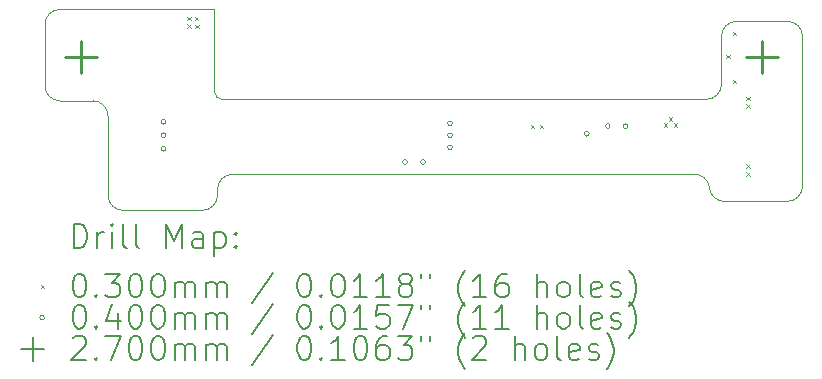
<source format=gbr>
%TF.GenerationSoftware,KiCad,Pcbnew,7.0.1*%
%TF.CreationDate,2023-04-12T12:59:04-04:00*%
%TF.ProjectId,BuckarooHAT,4275636b-6172-46f6-9f48-41542e6b6963,rev?*%
%TF.SameCoordinates,Original*%
%TF.FileFunction,Drillmap*%
%TF.FilePolarity,Positive*%
%FSLAX45Y45*%
G04 Gerber Fmt 4.5, Leading zero omitted, Abs format (unit mm)*
G04 Created by KiCad (PCBNEW 7.0.1) date 2023-04-12 12:59:04*
%MOMM*%
%LPD*%
G01*
G04 APERTURE LIST*
%ADD10C,0.100000*%
%ADD11C,0.200000*%
%ADD12C,0.030000*%
%ADD13C,0.040000*%
%ADD14C,0.270000*%
G04 APERTURE END LIST*
D10*
X11290300Y-7721600D02*
G75*
G03*
X11353800Y-7785100I63500J0D01*
G01*
X10388600Y-7924800D02*
G75*
G03*
X10261600Y-7797800I-127000J0D01*
G01*
X11188700Y-8724900D02*
G75*
G03*
X11315700Y-8597900I0J127000D01*
G01*
X15582900Y-7658100D02*
X15582900Y-7251700D01*
X15709900Y-7124700D02*
G75*
G03*
X15582900Y-7251700I0J-127000D01*
G01*
X11315700Y-8547100D02*
X11315700Y-8597900D01*
X9855200Y-7670800D02*
G75*
G03*
X9982200Y-7797800I127000J0D01*
G01*
X11290300Y-7023100D02*
X11290300Y-7721600D01*
X15455900Y-7785100D02*
G75*
G03*
X15582900Y-7658100I0J127000D01*
G01*
X16141700Y-8648700D02*
G75*
G03*
X16268700Y-8521700I0J127000D01*
G01*
X10388600Y-8597900D02*
X10388600Y-7924800D01*
X9855200Y-7150100D02*
X9855200Y-7670800D01*
X16268700Y-7251700D02*
X16268700Y-8521700D01*
X16268700Y-7251700D02*
G75*
G03*
X16141700Y-7124700I-127000J0D01*
G01*
X11442700Y-8420100D02*
G75*
G03*
X11315700Y-8547100I0J-127000D01*
G01*
X11188700Y-8724900D02*
X10515600Y-8724900D01*
X16141700Y-8648700D02*
X15608300Y-8649333D01*
X11353800Y-7785100D02*
X15455900Y-7785100D01*
X15481300Y-8534400D02*
G75*
G03*
X15354300Y-8419467I-127000J-12700D01*
G01*
X15481300Y-8534400D02*
G75*
G03*
X15608300Y-8649333I127000J12700D01*
G01*
X10388600Y-8597900D02*
G75*
G03*
X10515600Y-8724900I127000J0D01*
G01*
X9982200Y-7023100D02*
G75*
G03*
X9855200Y-7150100I0J-127000D01*
G01*
X9982200Y-7023100D02*
X11290300Y-7023100D01*
X10261600Y-7797800D02*
X9982200Y-7797800D01*
X15354300Y-8419467D02*
X11442700Y-8420100D01*
X15709900Y-7124700D02*
X16141700Y-7124700D01*
D11*
D12*
X11059400Y-7084300D02*
X11089400Y-7114300D01*
X11089400Y-7084300D02*
X11059400Y-7114300D01*
X11059400Y-7147800D02*
X11089400Y-7177800D01*
X11089400Y-7147800D02*
X11059400Y-7177800D01*
X11122900Y-7084300D02*
X11152900Y-7114300D01*
X11152900Y-7084300D02*
X11122900Y-7114300D01*
X11125440Y-7152880D02*
X11155440Y-7182880D01*
X11155440Y-7152880D02*
X11125440Y-7182880D01*
X13967700Y-7998700D02*
X13997700Y-8028700D01*
X13997700Y-7998700D02*
X13967700Y-8028700D01*
X14043900Y-7998700D02*
X14073900Y-8028700D01*
X14073900Y-7998700D02*
X14043900Y-8028700D01*
X15092920Y-7986000D02*
X15122920Y-8016000D01*
X15122920Y-7986000D02*
X15092920Y-8016000D01*
X15136100Y-7937740D02*
X15166100Y-7967740D01*
X15166100Y-7937740D02*
X15136100Y-7967740D01*
X15179280Y-7986000D02*
X15209280Y-8016000D01*
X15209280Y-7986000D02*
X15179280Y-8016000D01*
X15621240Y-7406880D02*
X15651240Y-7436880D01*
X15651240Y-7406880D02*
X15621240Y-7436880D01*
X15677120Y-7213840D02*
X15707120Y-7243840D01*
X15707120Y-7213840D02*
X15677120Y-7243840D01*
X15677120Y-7620240D02*
X15707120Y-7650240D01*
X15707120Y-7620240D02*
X15677120Y-7650240D01*
X15793960Y-7762480D02*
X15823960Y-7792480D01*
X15823960Y-7762480D02*
X15793960Y-7792480D01*
X15793960Y-7828520D02*
X15823960Y-7858520D01*
X15823960Y-7828520D02*
X15793960Y-7858520D01*
X15793960Y-8336520D02*
X15823960Y-8366520D01*
X15823960Y-8336520D02*
X15793960Y-8366520D01*
X15793960Y-8402560D02*
X15823960Y-8432560D01*
X15823960Y-8402560D02*
X15793960Y-8432560D01*
D13*
X10878500Y-7975600D02*
G75*
G03*
X10878500Y-7975600I-20000J0D01*
G01*
X10878500Y-8089900D02*
G75*
G03*
X10878500Y-8089900I-20000J0D01*
G01*
X10878500Y-8204200D02*
G75*
G03*
X10878500Y-8204200I-20000J0D01*
G01*
X12923200Y-8315960D02*
G75*
G03*
X12923200Y-8315960I-20000J0D01*
G01*
X13075600Y-8315960D02*
G75*
G03*
X13075600Y-8315960I-20000J0D01*
G01*
X13304200Y-7988300D02*
G75*
G03*
X13304200Y-7988300I-20000J0D01*
G01*
X13304200Y-8089900D02*
G75*
G03*
X13304200Y-8089900I-20000J0D01*
G01*
X13304200Y-8191500D02*
G75*
G03*
X13304200Y-8191500I-20000J0D01*
G01*
X14462440Y-8077200D02*
G75*
G03*
X14462440Y-8077200I-20000J0D01*
G01*
X14640240Y-8011160D02*
G75*
G03*
X14640240Y-8011160I-20000J0D01*
G01*
X14790100Y-8013700D02*
G75*
G03*
X14790100Y-8013700I-20000J0D01*
G01*
D14*
X10162540Y-7294500D02*
X10162540Y-7564500D01*
X10027540Y-7429500D02*
X10297540Y-7429500D01*
X15925800Y-7294500D02*
X15925800Y-7564500D01*
X15790800Y-7429500D02*
X16060800Y-7429500D01*
D11*
X10097819Y-9042424D02*
X10097819Y-8842424D01*
X10097819Y-8842424D02*
X10145438Y-8842424D01*
X10145438Y-8842424D02*
X10174010Y-8851948D01*
X10174010Y-8851948D02*
X10193057Y-8870995D01*
X10193057Y-8870995D02*
X10202581Y-8890043D01*
X10202581Y-8890043D02*
X10212105Y-8928138D01*
X10212105Y-8928138D02*
X10212105Y-8956710D01*
X10212105Y-8956710D02*
X10202581Y-8994805D01*
X10202581Y-8994805D02*
X10193057Y-9013852D01*
X10193057Y-9013852D02*
X10174010Y-9032900D01*
X10174010Y-9032900D02*
X10145438Y-9042424D01*
X10145438Y-9042424D02*
X10097819Y-9042424D01*
X10297819Y-9042424D02*
X10297819Y-8909090D01*
X10297819Y-8947186D02*
X10307343Y-8928138D01*
X10307343Y-8928138D02*
X10316867Y-8918614D01*
X10316867Y-8918614D02*
X10335914Y-8909090D01*
X10335914Y-8909090D02*
X10354962Y-8909090D01*
X10421629Y-9042424D02*
X10421629Y-8909090D01*
X10421629Y-8842424D02*
X10412105Y-8851948D01*
X10412105Y-8851948D02*
X10421629Y-8861471D01*
X10421629Y-8861471D02*
X10431152Y-8851948D01*
X10431152Y-8851948D02*
X10421629Y-8842424D01*
X10421629Y-8842424D02*
X10421629Y-8861471D01*
X10545438Y-9042424D02*
X10526390Y-9032900D01*
X10526390Y-9032900D02*
X10516867Y-9013852D01*
X10516867Y-9013852D02*
X10516867Y-8842424D01*
X10650200Y-9042424D02*
X10631152Y-9032900D01*
X10631152Y-9032900D02*
X10621629Y-9013852D01*
X10621629Y-9013852D02*
X10621629Y-8842424D01*
X10878771Y-9042424D02*
X10878771Y-8842424D01*
X10878771Y-8842424D02*
X10945438Y-8985281D01*
X10945438Y-8985281D02*
X11012105Y-8842424D01*
X11012105Y-8842424D02*
X11012105Y-9042424D01*
X11193057Y-9042424D02*
X11193057Y-8937662D01*
X11193057Y-8937662D02*
X11183533Y-8918614D01*
X11183533Y-8918614D02*
X11164486Y-8909090D01*
X11164486Y-8909090D02*
X11126390Y-8909090D01*
X11126390Y-8909090D02*
X11107343Y-8918614D01*
X11193057Y-9032900D02*
X11174010Y-9042424D01*
X11174010Y-9042424D02*
X11126390Y-9042424D01*
X11126390Y-9042424D02*
X11107343Y-9032900D01*
X11107343Y-9032900D02*
X11097819Y-9013852D01*
X11097819Y-9013852D02*
X11097819Y-8994805D01*
X11097819Y-8994805D02*
X11107343Y-8975757D01*
X11107343Y-8975757D02*
X11126390Y-8966233D01*
X11126390Y-8966233D02*
X11174010Y-8966233D01*
X11174010Y-8966233D02*
X11193057Y-8956710D01*
X11288295Y-8909090D02*
X11288295Y-9109090D01*
X11288295Y-8918614D02*
X11307343Y-8909090D01*
X11307343Y-8909090D02*
X11345438Y-8909090D01*
X11345438Y-8909090D02*
X11364486Y-8918614D01*
X11364486Y-8918614D02*
X11374009Y-8928138D01*
X11374009Y-8928138D02*
X11383533Y-8947186D01*
X11383533Y-8947186D02*
X11383533Y-9004329D01*
X11383533Y-9004329D02*
X11374009Y-9023376D01*
X11374009Y-9023376D02*
X11364486Y-9032900D01*
X11364486Y-9032900D02*
X11345438Y-9042424D01*
X11345438Y-9042424D02*
X11307343Y-9042424D01*
X11307343Y-9042424D02*
X11288295Y-9032900D01*
X11469248Y-9023376D02*
X11478771Y-9032900D01*
X11478771Y-9032900D02*
X11469248Y-9042424D01*
X11469248Y-9042424D02*
X11459724Y-9032900D01*
X11459724Y-9032900D02*
X11469248Y-9023376D01*
X11469248Y-9023376D02*
X11469248Y-9042424D01*
X11469248Y-8918614D02*
X11478771Y-8928138D01*
X11478771Y-8928138D02*
X11469248Y-8937662D01*
X11469248Y-8937662D02*
X11459724Y-8928138D01*
X11459724Y-8928138D02*
X11469248Y-8918614D01*
X11469248Y-8918614D02*
X11469248Y-8937662D01*
D12*
X9820200Y-9354900D02*
X9850200Y-9384900D01*
X9850200Y-9354900D02*
X9820200Y-9384900D01*
D11*
X10135914Y-9262424D02*
X10154962Y-9262424D01*
X10154962Y-9262424D02*
X10174010Y-9271948D01*
X10174010Y-9271948D02*
X10183533Y-9281471D01*
X10183533Y-9281471D02*
X10193057Y-9300519D01*
X10193057Y-9300519D02*
X10202581Y-9338614D01*
X10202581Y-9338614D02*
X10202581Y-9386233D01*
X10202581Y-9386233D02*
X10193057Y-9424329D01*
X10193057Y-9424329D02*
X10183533Y-9443376D01*
X10183533Y-9443376D02*
X10174010Y-9452900D01*
X10174010Y-9452900D02*
X10154962Y-9462424D01*
X10154962Y-9462424D02*
X10135914Y-9462424D01*
X10135914Y-9462424D02*
X10116867Y-9452900D01*
X10116867Y-9452900D02*
X10107343Y-9443376D01*
X10107343Y-9443376D02*
X10097819Y-9424329D01*
X10097819Y-9424329D02*
X10088295Y-9386233D01*
X10088295Y-9386233D02*
X10088295Y-9338614D01*
X10088295Y-9338614D02*
X10097819Y-9300519D01*
X10097819Y-9300519D02*
X10107343Y-9281471D01*
X10107343Y-9281471D02*
X10116867Y-9271948D01*
X10116867Y-9271948D02*
X10135914Y-9262424D01*
X10288295Y-9443376D02*
X10297819Y-9452900D01*
X10297819Y-9452900D02*
X10288295Y-9462424D01*
X10288295Y-9462424D02*
X10278771Y-9452900D01*
X10278771Y-9452900D02*
X10288295Y-9443376D01*
X10288295Y-9443376D02*
X10288295Y-9462424D01*
X10364486Y-9262424D02*
X10488295Y-9262424D01*
X10488295Y-9262424D02*
X10421629Y-9338614D01*
X10421629Y-9338614D02*
X10450200Y-9338614D01*
X10450200Y-9338614D02*
X10469248Y-9348138D01*
X10469248Y-9348138D02*
X10478771Y-9357662D01*
X10478771Y-9357662D02*
X10488295Y-9376710D01*
X10488295Y-9376710D02*
X10488295Y-9424329D01*
X10488295Y-9424329D02*
X10478771Y-9443376D01*
X10478771Y-9443376D02*
X10469248Y-9452900D01*
X10469248Y-9452900D02*
X10450200Y-9462424D01*
X10450200Y-9462424D02*
X10393057Y-9462424D01*
X10393057Y-9462424D02*
X10374010Y-9452900D01*
X10374010Y-9452900D02*
X10364486Y-9443376D01*
X10612105Y-9262424D02*
X10631152Y-9262424D01*
X10631152Y-9262424D02*
X10650200Y-9271948D01*
X10650200Y-9271948D02*
X10659724Y-9281471D01*
X10659724Y-9281471D02*
X10669248Y-9300519D01*
X10669248Y-9300519D02*
X10678771Y-9338614D01*
X10678771Y-9338614D02*
X10678771Y-9386233D01*
X10678771Y-9386233D02*
X10669248Y-9424329D01*
X10669248Y-9424329D02*
X10659724Y-9443376D01*
X10659724Y-9443376D02*
X10650200Y-9452900D01*
X10650200Y-9452900D02*
X10631152Y-9462424D01*
X10631152Y-9462424D02*
X10612105Y-9462424D01*
X10612105Y-9462424D02*
X10593057Y-9452900D01*
X10593057Y-9452900D02*
X10583533Y-9443376D01*
X10583533Y-9443376D02*
X10574010Y-9424329D01*
X10574010Y-9424329D02*
X10564486Y-9386233D01*
X10564486Y-9386233D02*
X10564486Y-9338614D01*
X10564486Y-9338614D02*
X10574010Y-9300519D01*
X10574010Y-9300519D02*
X10583533Y-9281471D01*
X10583533Y-9281471D02*
X10593057Y-9271948D01*
X10593057Y-9271948D02*
X10612105Y-9262424D01*
X10802581Y-9262424D02*
X10821629Y-9262424D01*
X10821629Y-9262424D02*
X10840676Y-9271948D01*
X10840676Y-9271948D02*
X10850200Y-9281471D01*
X10850200Y-9281471D02*
X10859724Y-9300519D01*
X10859724Y-9300519D02*
X10869248Y-9338614D01*
X10869248Y-9338614D02*
X10869248Y-9386233D01*
X10869248Y-9386233D02*
X10859724Y-9424329D01*
X10859724Y-9424329D02*
X10850200Y-9443376D01*
X10850200Y-9443376D02*
X10840676Y-9452900D01*
X10840676Y-9452900D02*
X10821629Y-9462424D01*
X10821629Y-9462424D02*
X10802581Y-9462424D01*
X10802581Y-9462424D02*
X10783533Y-9452900D01*
X10783533Y-9452900D02*
X10774010Y-9443376D01*
X10774010Y-9443376D02*
X10764486Y-9424329D01*
X10764486Y-9424329D02*
X10754962Y-9386233D01*
X10754962Y-9386233D02*
X10754962Y-9338614D01*
X10754962Y-9338614D02*
X10764486Y-9300519D01*
X10764486Y-9300519D02*
X10774010Y-9281471D01*
X10774010Y-9281471D02*
X10783533Y-9271948D01*
X10783533Y-9271948D02*
X10802581Y-9262424D01*
X10954962Y-9462424D02*
X10954962Y-9329090D01*
X10954962Y-9348138D02*
X10964486Y-9338614D01*
X10964486Y-9338614D02*
X10983533Y-9329090D01*
X10983533Y-9329090D02*
X11012105Y-9329090D01*
X11012105Y-9329090D02*
X11031152Y-9338614D01*
X11031152Y-9338614D02*
X11040676Y-9357662D01*
X11040676Y-9357662D02*
X11040676Y-9462424D01*
X11040676Y-9357662D02*
X11050200Y-9338614D01*
X11050200Y-9338614D02*
X11069248Y-9329090D01*
X11069248Y-9329090D02*
X11097819Y-9329090D01*
X11097819Y-9329090D02*
X11116867Y-9338614D01*
X11116867Y-9338614D02*
X11126391Y-9357662D01*
X11126391Y-9357662D02*
X11126391Y-9462424D01*
X11221629Y-9462424D02*
X11221629Y-9329090D01*
X11221629Y-9348138D02*
X11231152Y-9338614D01*
X11231152Y-9338614D02*
X11250200Y-9329090D01*
X11250200Y-9329090D02*
X11278771Y-9329090D01*
X11278771Y-9329090D02*
X11297819Y-9338614D01*
X11297819Y-9338614D02*
X11307343Y-9357662D01*
X11307343Y-9357662D02*
X11307343Y-9462424D01*
X11307343Y-9357662D02*
X11316867Y-9338614D01*
X11316867Y-9338614D02*
X11335914Y-9329090D01*
X11335914Y-9329090D02*
X11364486Y-9329090D01*
X11364486Y-9329090D02*
X11383533Y-9338614D01*
X11383533Y-9338614D02*
X11393057Y-9357662D01*
X11393057Y-9357662D02*
X11393057Y-9462424D01*
X11783533Y-9252900D02*
X11612105Y-9510043D01*
X12040676Y-9262424D02*
X12059724Y-9262424D01*
X12059724Y-9262424D02*
X12078772Y-9271948D01*
X12078772Y-9271948D02*
X12088295Y-9281471D01*
X12088295Y-9281471D02*
X12097819Y-9300519D01*
X12097819Y-9300519D02*
X12107343Y-9338614D01*
X12107343Y-9338614D02*
X12107343Y-9386233D01*
X12107343Y-9386233D02*
X12097819Y-9424329D01*
X12097819Y-9424329D02*
X12088295Y-9443376D01*
X12088295Y-9443376D02*
X12078772Y-9452900D01*
X12078772Y-9452900D02*
X12059724Y-9462424D01*
X12059724Y-9462424D02*
X12040676Y-9462424D01*
X12040676Y-9462424D02*
X12021629Y-9452900D01*
X12021629Y-9452900D02*
X12012105Y-9443376D01*
X12012105Y-9443376D02*
X12002581Y-9424329D01*
X12002581Y-9424329D02*
X11993057Y-9386233D01*
X11993057Y-9386233D02*
X11993057Y-9338614D01*
X11993057Y-9338614D02*
X12002581Y-9300519D01*
X12002581Y-9300519D02*
X12012105Y-9281471D01*
X12012105Y-9281471D02*
X12021629Y-9271948D01*
X12021629Y-9271948D02*
X12040676Y-9262424D01*
X12193057Y-9443376D02*
X12202581Y-9452900D01*
X12202581Y-9452900D02*
X12193057Y-9462424D01*
X12193057Y-9462424D02*
X12183533Y-9452900D01*
X12183533Y-9452900D02*
X12193057Y-9443376D01*
X12193057Y-9443376D02*
X12193057Y-9462424D01*
X12326391Y-9262424D02*
X12345438Y-9262424D01*
X12345438Y-9262424D02*
X12364486Y-9271948D01*
X12364486Y-9271948D02*
X12374010Y-9281471D01*
X12374010Y-9281471D02*
X12383533Y-9300519D01*
X12383533Y-9300519D02*
X12393057Y-9338614D01*
X12393057Y-9338614D02*
X12393057Y-9386233D01*
X12393057Y-9386233D02*
X12383533Y-9424329D01*
X12383533Y-9424329D02*
X12374010Y-9443376D01*
X12374010Y-9443376D02*
X12364486Y-9452900D01*
X12364486Y-9452900D02*
X12345438Y-9462424D01*
X12345438Y-9462424D02*
X12326391Y-9462424D01*
X12326391Y-9462424D02*
X12307343Y-9452900D01*
X12307343Y-9452900D02*
X12297819Y-9443376D01*
X12297819Y-9443376D02*
X12288295Y-9424329D01*
X12288295Y-9424329D02*
X12278772Y-9386233D01*
X12278772Y-9386233D02*
X12278772Y-9338614D01*
X12278772Y-9338614D02*
X12288295Y-9300519D01*
X12288295Y-9300519D02*
X12297819Y-9281471D01*
X12297819Y-9281471D02*
X12307343Y-9271948D01*
X12307343Y-9271948D02*
X12326391Y-9262424D01*
X12583533Y-9462424D02*
X12469248Y-9462424D01*
X12526391Y-9462424D02*
X12526391Y-9262424D01*
X12526391Y-9262424D02*
X12507343Y-9290995D01*
X12507343Y-9290995D02*
X12488295Y-9310043D01*
X12488295Y-9310043D02*
X12469248Y-9319567D01*
X12774010Y-9462424D02*
X12659724Y-9462424D01*
X12716867Y-9462424D02*
X12716867Y-9262424D01*
X12716867Y-9262424D02*
X12697819Y-9290995D01*
X12697819Y-9290995D02*
X12678772Y-9310043D01*
X12678772Y-9310043D02*
X12659724Y-9319567D01*
X12888295Y-9348138D02*
X12869248Y-9338614D01*
X12869248Y-9338614D02*
X12859724Y-9329090D01*
X12859724Y-9329090D02*
X12850200Y-9310043D01*
X12850200Y-9310043D02*
X12850200Y-9300519D01*
X12850200Y-9300519D02*
X12859724Y-9281471D01*
X12859724Y-9281471D02*
X12869248Y-9271948D01*
X12869248Y-9271948D02*
X12888295Y-9262424D01*
X12888295Y-9262424D02*
X12926391Y-9262424D01*
X12926391Y-9262424D02*
X12945438Y-9271948D01*
X12945438Y-9271948D02*
X12954962Y-9281471D01*
X12954962Y-9281471D02*
X12964486Y-9300519D01*
X12964486Y-9300519D02*
X12964486Y-9310043D01*
X12964486Y-9310043D02*
X12954962Y-9329090D01*
X12954962Y-9329090D02*
X12945438Y-9338614D01*
X12945438Y-9338614D02*
X12926391Y-9348138D01*
X12926391Y-9348138D02*
X12888295Y-9348138D01*
X12888295Y-9348138D02*
X12869248Y-9357662D01*
X12869248Y-9357662D02*
X12859724Y-9367186D01*
X12859724Y-9367186D02*
X12850200Y-9386233D01*
X12850200Y-9386233D02*
X12850200Y-9424329D01*
X12850200Y-9424329D02*
X12859724Y-9443376D01*
X12859724Y-9443376D02*
X12869248Y-9452900D01*
X12869248Y-9452900D02*
X12888295Y-9462424D01*
X12888295Y-9462424D02*
X12926391Y-9462424D01*
X12926391Y-9462424D02*
X12945438Y-9452900D01*
X12945438Y-9452900D02*
X12954962Y-9443376D01*
X12954962Y-9443376D02*
X12964486Y-9424329D01*
X12964486Y-9424329D02*
X12964486Y-9386233D01*
X12964486Y-9386233D02*
X12954962Y-9367186D01*
X12954962Y-9367186D02*
X12945438Y-9357662D01*
X12945438Y-9357662D02*
X12926391Y-9348138D01*
X13040676Y-9262424D02*
X13040676Y-9300519D01*
X13116867Y-9262424D02*
X13116867Y-9300519D01*
X13412105Y-9538614D02*
X13402581Y-9529090D01*
X13402581Y-9529090D02*
X13383534Y-9500519D01*
X13383534Y-9500519D02*
X13374010Y-9481471D01*
X13374010Y-9481471D02*
X13364486Y-9452900D01*
X13364486Y-9452900D02*
X13354962Y-9405281D01*
X13354962Y-9405281D02*
X13354962Y-9367186D01*
X13354962Y-9367186D02*
X13364486Y-9319567D01*
X13364486Y-9319567D02*
X13374010Y-9290995D01*
X13374010Y-9290995D02*
X13383534Y-9271948D01*
X13383534Y-9271948D02*
X13402581Y-9243376D01*
X13402581Y-9243376D02*
X13412105Y-9233852D01*
X13593057Y-9462424D02*
X13478772Y-9462424D01*
X13535914Y-9462424D02*
X13535914Y-9262424D01*
X13535914Y-9262424D02*
X13516867Y-9290995D01*
X13516867Y-9290995D02*
X13497819Y-9310043D01*
X13497819Y-9310043D02*
X13478772Y-9319567D01*
X13764486Y-9262424D02*
X13726391Y-9262424D01*
X13726391Y-9262424D02*
X13707343Y-9271948D01*
X13707343Y-9271948D02*
X13697819Y-9281471D01*
X13697819Y-9281471D02*
X13678772Y-9310043D01*
X13678772Y-9310043D02*
X13669248Y-9348138D01*
X13669248Y-9348138D02*
X13669248Y-9424329D01*
X13669248Y-9424329D02*
X13678772Y-9443376D01*
X13678772Y-9443376D02*
X13688295Y-9452900D01*
X13688295Y-9452900D02*
X13707343Y-9462424D01*
X13707343Y-9462424D02*
X13745438Y-9462424D01*
X13745438Y-9462424D02*
X13764486Y-9452900D01*
X13764486Y-9452900D02*
X13774010Y-9443376D01*
X13774010Y-9443376D02*
X13783534Y-9424329D01*
X13783534Y-9424329D02*
X13783534Y-9376710D01*
X13783534Y-9376710D02*
X13774010Y-9357662D01*
X13774010Y-9357662D02*
X13764486Y-9348138D01*
X13764486Y-9348138D02*
X13745438Y-9338614D01*
X13745438Y-9338614D02*
X13707343Y-9338614D01*
X13707343Y-9338614D02*
X13688295Y-9348138D01*
X13688295Y-9348138D02*
X13678772Y-9357662D01*
X13678772Y-9357662D02*
X13669248Y-9376710D01*
X14021629Y-9462424D02*
X14021629Y-9262424D01*
X14107343Y-9462424D02*
X14107343Y-9357662D01*
X14107343Y-9357662D02*
X14097819Y-9338614D01*
X14097819Y-9338614D02*
X14078772Y-9329090D01*
X14078772Y-9329090D02*
X14050200Y-9329090D01*
X14050200Y-9329090D02*
X14031153Y-9338614D01*
X14031153Y-9338614D02*
X14021629Y-9348138D01*
X14231153Y-9462424D02*
X14212105Y-9452900D01*
X14212105Y-9452900D02*
X14202581Y-9443376D01*
X14202581Y-9443376D02*
X14193057Y-9424329D01*
X14193057Y-9424329D02*
X14193057Y-9367186D01*
X14193057Y-9367186D02*
X14202581Y-9348138D01*
X14202581Y-9348138D02*
X14212105Y-9338614D01*
X14212105Y-9338614D02*
X14231153Y-9329090D01*
X14231153Y-9329090D02*
X14259724Y-9329090D01*
X14259724Y-9329090D02*
X14278772Y-9338614D01*
X14278772Y-9338614D02*
X14288296Y-9348138D01*
X14288296Y-9348138D02*
X14297819Y-9367186D01*
X14297819Y-9367186D02*
X14297819Y-9424329D01*
X14297819Y-9424329D02*
X14288296Y-9443376D01*
X14288296Y-9443376D02*
X14278772Y-9452900D01*
X14278772Y-9452900D02*
X14259724Y-9462424D01*
X14259724Y-9462424D02*
X14231153Y-9462424D01*
X14412105Y-9462424D02*
X14393057Y-9452900D01*
X14393057Y-9452900D02*
X14383534Y-9433852D01*
X14383534Y-9433852D02*
X14383534Y-9262424D01*
X14564486Y-9452900D02*
X14545438Y-9462424D01*
X14545438Y-9462424D02*
X14507343Y-9462424D01*
X14507343Y-9462424D02*
X14488296Y-9452900D01*
X14488296Y-9452900D02*
X14478772Y-9433852D01*
X14478772Y-9433852D02*
X14478772Y-9357662D01*
X14478772Y-9357662D02*
X14488296Y-9338614D01*
X14488296Y-9338614D02*
X14507343Y-9329090D01*
X14507343Y-9329090D02*
X14545438Y-9329090D01*
X14545438Y-9329090D02*
X14564486Y-9338614D01*
X14564486Y-9338614D02*
X14574010Y-9357662D01*
X14574010Y-9357662D02*
X14574010Y-9376710D01*
X14574010Y-9376710D02*
X14478772Y-9395757D01*
X14650200Y-9452900D02*
X14669248Y-9462424D01*
X14669248Y-9462424D02*
X14707343Y-9462424D01*
X14707343Y-9462424D02*
X14726391Y-9452900D01*
X14726391Y-9452900D02*
X14735915Y-9433852D01*
X14735915Y-9433852D02*
X14735915Y-9424329D01*
X14735915Y-9424329D02*
X14726391Y-9405281D01*
X14726391Y-9405281D02*
X14707343Y-9395757D01*
X14707343Y-9395757D02*
X14678772Y-9395757D01*
X14678772Y-9395757D02*
X14659724Y-9386233D01*
X14659724Y-9386233D02*
X14650200Y-9367186D01*
X14650200Y-9367186D02*
X14650200Y-9357662D01*
X14650200Y-9357662D02*
X14659724Y-9338614D01*
X14659724Y-9338614D02*
X14678772Y-9329090D01*
X14678772Y-9329090D02*
X14707343Y-9329090D01*
X14707343Y-9329090D02*
X14726391Y-9338614D01*
X14802581Y-9538614D02*
X14812105Y-9529090D01*
X14812105Y-9529090D02*
X14831153Y-9500519D01*
X14831153Y-9500519D02*
X14840677Y-9481471D01*
X14840677Y-9481471D02*
X14850200Y-9452900D01*
X14850200Y-9452900D02*
X14859724Y-9405281D01*
X14859724Y-9405281D02*
X14859724Y-9367186D01*
X14859724Y-9367186D02*
X14850200Y-9319567D01*
X14850200Y-9319567D02*
X14840677Y-9290995D01*
X14840677Y-9290995D02*
X14831153Y-9271948D01*
X14831153Y-9271948D02*
X14812105Y-9243376D01*
X14812105Y-9243376D02*
X14802581Y-9233852D01*
D13*
X9850200Y-9633900D02*
G75*
G03*
X9850200Y-9633900I-20000J0D01*
G01*
D11*
X10135914Y-9526424D02*
X10154962Y-9526424D01*
X10154962Y-9526424D02*
X10174010Y-9535948D01*
X10174010Y-9535948D02*
X10183533Y-9545471D01*
X10183533Y-9545471D02*
X10193057Y-9564519D01*
X10193057Y-9564519D02*
X10202581Y-9602614D01*
X10202581Y-9602614D02*
X10202581Y-9650233D01*
X10202581Y-9650233D02*
X10193057Y-9688329D01*
X10193057Y-9688329D02*
X10183533Y-9707376D01*
X10183533Y-9707376D02*
X10174010Y-9716900D01*
X10174010Y-9716900D02*
X10154962Y-9726424D01*
X10154962Y-9726424D02*
X10135914Y-9726424D01*
X10135914Y-9726424D02*
X10116867Y-9716900D01*
X10116867Y-9716900D02*
X10107343Y-9707376D01*
X10107343Y-9707376D02*
X10097819Y-9688329D01*
X10097819Y-9688329D02*
X10088295Y-9650233D01*
X10088295Y-9650233D02*
X10088295Y-9602614D01*
X10088295Y-9602614D02*
X10097819Y-9564519D01*
X10097819Y-9564519D02*
X10107343Y-9545471D01*
X10107343Y-9545471D02*
X10116867Y-9535948D01*
X10116867Y-9535948D02*
X10135914Y-9526424D01*
X10288295Y-9707376D02*
X10297819Y-9716900D01*
X10297819Y-9716900D02*
X10288295Y-9726424D01*
X10288295Y-9726424D02*
X10278771Y-9716900D01*
X10278771Y-9716900D02*
X10288295Y-9707376D01*
X10288295Y-9707376D02*
X10288295Y-9726424D01*
X10469248Y-9593090D02*
X10469248Y-9726424D01*
X10421629Y-9516900D02*
X10374010Y-9659757D01*
X10374010Y-9659757D02*
X10497819Y-9659757D01*
X10612105Y-9526424D02*
X10631152Y-9526424D01*
X10631152Y-9526424D02*
X10650200Y-9535948D01*
X10650200Y-9535948D02*
X10659724Y-9545471D01*
X10659724Y-9545471D02*
X10669248Y-9564519D01*
X10669248Y-9564519D02*
X10678771Y-9602614D01*
X10678771Y-9602614D02*
X10678771Y-9650233D01*
X10678771Y-9650233D02*
X10669248Y-9688329D01*
X10669248Y-9688329D02*
X10659724Y-9707376D01*
X10659724Y-9707376D02*
X10650200Y-9716900D01*
X10650200Y-9716900D02*
X10631152Y-9726424D01*
X10631152Y-9726424D02*
X10612105Y-9726424D01*
X10612105Y-9726424D02*
X10593057Y-9716900D01*
X10593057Y-9716900D02*
X10583533Y-9707376D01*
X10583533Y-9707376D02*
X10574010Y-9688329D01*
X10574010Y-9688329D02*
X10564486Y-9650233D01*
X10564486Y-9650233D02*
X10564486Y-9602614D01*
X10564486Y-9602614D02*
X10574010Y-9564519D01*
X10574010Y-9564519D02*
X10583533Y-9545471D01*
X10583533Y-9545471D02*
X10593057Y-9535948D01*
X10593057Y-9535948D02*
X10612105Y-9526424D01*
X10802581Y-9526424D02*
X10821629Y-9526424D01*
X10821629Y-9526424D02*
X10840676Y-9535948D01*
X10840676Y-9535948D02*
X10850200Y-9545471D01*
X10850200Y-9545471D02*
X10859724Y-9564519D01*
X10859724Y-9564519D02*
X10869248Y-9602614D01*
X10869248Y-9602614D02*
X10869248Y-9650233D01*
X10869248Y-9650233D02*
X10859724Y-9688329D01*
X10859724Y-9688329D02*
X10850200Y-9707376D01*
X10850200Y-9707376D02*
X10840676Y-9716900D01*
X10840676Y-9716900D02*
X10821629Y-9726424D01*
X10821629Y-9726424D02*
X10802581Y-9726424D01*
X10802581Y-9726424D02*
X10783533Y-9716900D01*
X10783533Y-9716900D02*
X10774010Y-9707376D01*
X10774010Y-9707376D02*
X10764486Y-9688329D01*
X10764486Y-9688329D02*
X10754962Y-9650233D01*
X10754962Y-9650233D02*
X10754962Y-9602614D01*
X10754962Y-9602614D02*
X10764486Y-9564519D01*
X10764486Y-9564519D02*
X10774010Y-9545471D01*
X10774010Y-9545471D02*
X10783533Y-9535948D01*
X10783533Y-9535948D02*
X10802581Y-9526424D01*
X10954962Y-9726424D02*
X10954962Y-9593090D01*
X10954962Y-9612138D02*
X10964486Y-9602614D01*
X10964486Y-9602614D02*
X10983533Y-9593090D01*
X10983533Y-9593090D02*
X11012105Y-9593090D01*
X11012105Y-9593090D02*
X11031152Y-9602614D01*
X11031152Y-9602614D02*
X11040676Y-9621662D01*
X11040676Y-9621662D02*
X11040676Y-9726424D01*
X11040676Y-9621662D02*
X11050200Y-9602614D01*
X11050200Y-9602614D02*
X11069248Y-9593090D01*
X11069248Y-9593090D02*
X11097819Y-9593090D01*
X11097819Y-9593090D02*
X11116867Y-9602614D01*
X11116867Y-9602614D02*
X11126391Y-9621662D01*
X11126391Y-9621662D02*
X11126391Y-9726424D01*
X11221629Y-9726424D02*
X11221629Y-9593090D01*
X11221629Y-9612138D02*
X11231152Y-9602614D01*
X11231152Y-9602614D02*
X11250200Y-9593090D01*
X11250200Y-9593090D02*
X11278771Y-9593090D01*
X11278771Y-9593090D02*
X11297819Y-9602614D01*
X11297819Y-9602614D02*
X11307343Y-9621662D01*
X11307343Y-9621662D02*
X11307343Y-9726424D01*
X11307343Y-9621662D02*
X11316867Y-9602614D01*
X11316867Y-9602614D02*
X11335914Y-9593090D01*
X11335914Y-9593090D02*
X11364486Y-9593090D01*
X11364486Y-9593090D02*
X11383533Y-9602614D01*
X11383533Y-9602614D02*
X11393057Y-9621662D01*
X11393057Y-9621662D02*
X11393057Y-9726424D01*
X11783533Y-9516900D02*
X11612105Y-9774043D01*
X12040676Y-9526424D02*
X12059724Y-9526424D01*
X12059724Y-9526424D02*
X12078772Y-9535948D01*
X12078772Y-9535948D02*
X12088295Y-9545471D01*
X12088295Y-9545471D02*
X12097819Y-9564519D01*
X12097819Y-9564519D02*
X12107343Y-9602614D01*
X12107343Y-9602614D02*
X12107343Y-9650233D01*
X12107343Y-9650233D02*
X12097819Y-9688329D01*
X12097819Y-9688329D02*
X12088295Y-9707376D01*
X12088295Y-9707376D02*
X12078772Y-9716900D01*
X12078772Y-9716900D02*
X12059724Y-9726424D01*
X12059724Y-9726424D02*
X12040676Y-9726424D01*
X12040676Y-9726424D02*
X12021629Y-9716900D01*
X12021629Y-9716900D02*
X12012105Y-9707376D01*
X12012105Y-9707376D02*
X12002581Y-9688329D01*
X12002581Y-9688329D02*
X11993057Y-9650233D01*
X11993057Y-9650233D02*
X11993057Y-9602614D01*
X11993057Y-9602614D02*
X12002581Y-9564519D01*
X12002581Y-9564519D02*
X12012105Y-9545471D01*
X12012105Y-9545471D02*
X12021629Y-9535948D01*
X12021629Y-9535948D02*
X12040676Y-9526424D01*
X12193057Y-9707376D02*
X12202581Y-9716900D01*
X12202581Y-9716900D02*
X12193057Y-9726424D01*
X12193057Y-9726424D02*
X12183533Y-9716900D01*
X12183533Y-9716900D02*
X12193057Y-9707376D01*
X12193057Y-9707376D02*
X12193057Y-9726424D01*
X12326391Y-9526424D02*
X12345438Y-9526424D01*
X12345438Y-9526424D02*
X12364486Y-9535948D01*
X12364486Y-9535948D02*
X12374010Y-9545471D01*
X12374010Y-9545471D02*
X12383533Y-9564519D01*
X12383533Y-9564519D02*
X12393057Y-9602614D01*
X12393057Y-9602614D02*
X12393057Y-9650233D01*
X12393057Y-9650233D02*
X12383533Y-9688329D01*
X12383533Y-9688329D02*
X12374010Y-9707376D01*
X12374010Y-9707376D02*
X12364486Y-9716900D01*
X12364486Y-9716900D02*
X12345438Y-9726424D01*
X12345438Y-9726424D02*
X12326391Y-9726424D01*
X12326391Y-9726424D02*
X12307343Y-9716900D01*
X12307343Y-9716900D02*
X12297819Y-9707376D01*
X12297819Y-9707376D02*
X12288295Y-9688329D01*
X12288295Y-9688329D02*
X12278772Y-9650233D01*
X12278772Y-9650233D02*
X12278772Y-9602614D01*
X12278772Y-9602614D02*
X12288295Y-9564519D01*
X12288295Y-9564519D02*
X12297819Y-9545471D01*
X12297819Y-9545471D02*
X12307343Y-9535948D01*
X12307343Y-9535948D02*
X12326391Y-9526424D01*
X12583533Y-9726424D02*
X12469248Y-9726424D01*
X12526391Y-9726424D02*
X12526391Y-9526424D01*
X12526391Y-9526424D02*
X12507343Y-9554995D01*
X12507343Y-9554995D02*
X12488295Y-9574043D01*
X12488295Y-9574043D02*
X12469248Y-9583567D01*
X12764486Y-9526424D02*
X12669248Y-9526424D01*
X12669248Y-9526424D02*
X12659724Y-9621662D01*
X12659724Y-9621662D02*
X12669248Y-9612138D01*
X12669248Y-9612138D02*
X12688295Y-9602614D01*
X12688295Y-9602614D02*
X12735914Y-9602614D01*
X12735914Y-9602614D02*
X12754962Y-9612138D01*
X12754962Y-9612138D02*
X12764486Y-9621662D01*
X12764486Y-9621662D02*
X12774010Y-9640710D01*
X12774010Y-9640710D02*
X12774010Y-9688329D01*
X12774010Y-9688329D02*
X12764486Y-9707376D01*
X12764486Y-9707376D02*
X12754962Y-9716900D01*
X12754962Y-9716900D02*
X12735914Y-9726424D01*
X12735914Y-9726424D02*
X12688295Y-9726424D01*
X12688295Y-9726424D02*
X12669248Y-9716900D01*
X12669248Y-9716900D02*
X12659724Y-9707376D01*
X12840676Y-9526424D02*
X12974010Y-9526424D01*
X12974010Y-9526424D02*
X12888295Y-9726424D01*
X13040676Y-9526424D02*
X13040676Y-9564519D01*
X13116867Y-9526424D02*
X13116867Y-9564519D01*
X13412105Y-9802614D02*
X13402581Y-9793090D01*
X13402581Y-9793090D02*
X13383534Y-9764519D01*
X13383534Y-9764519D02*
X13374010Y-9745471D01*
X13374010Y-9745471D02*
X13364486Y-9716900D01*
X13364486Y-9716900D02*
X13354962Y-9669281D01*
X13354962Y-9669281D02*
X13354962Y-9631186D01*
X13354962Y-9631186D02*
X13364486Y-9583567D01*
X13364486Y-9583567D02*
X13374010Y-9554995D01*
X13374010Y-9554995D02*
X13383534Y-9535948D01*
X13383534Y-9535948D02*
X13402581Y-9507376D01*
X13402581Y-9507376D02*
X13412105Y-9497852D01*
X13593057Y-9726424D02*
X13478772Y-9726424D01*
X13535914Y-9726424D02*
X13535914Y-9526424D01*
X13535914Y-9526424D02*
X13516867Y-9554995D01*
X13516867Y-9554995D02*
X13497819Y-9574043D01*
X13497819Y-9574043D02*
X13478772Y-9583567D01*
X13783534Y-9726424D02*
X13669248Y-9726424D01*
X13726391Y-9726424D02*
X13726391Y-9526424D01*
X13726391Y-9526424D02*
X13707343Y-9554995D01*
X13707343Y-9554995D02*
X13688295Y-9574043D01*
X13688295Y-9574043D02*
X13669248Y-9583567D01*
X14021629Y-9726424D02*
X14021629Y-9526424D01*
X14107343Y-9726424D02*
X14107343Y-9621662D01*
X14107343Y-9621662D02*
X14097819Y-9602614D01*
X14097819Y-9602614D02*
X14078772Y-9593090D01*
X14078772Y-9593090D02*
X14050200Y-9593090D01*
X14050200Y-9593090D02*
X14031153Y-9602614D01*
X14031153Y-9602614D02*
X14021629Y-9612138D01*
X14231153Y-9726424D02*
X14212105Y-9716900D01*
X14212105Y-9716900D02*
X14202581Y-9707376D01*
X14202581Y-9707376D02*
X14193057Y-9688329D01*
X14193057Y-9688329D02*
X14193057Y-9631186D01*
X14193057Y-9631186D02*
X14202581Y-9612138D01*
X14202581Y-9612138D02*
X14212105Y-9602614D01*
X14212105Y-9602614D02*
X14231153Y-9593090D01*
X14231153Y-9593090D02*
X14259724Y-9593090D01*
X14259724Y-9593090D02*
X14278772Y-9602614D01*
X14278772Y-9602614D02*
X14288296Y-9612138D01*
X14288296Y-9612138D02*
X14297819Y-9631186D01*
X14297819Y-9631186D02*
X14297819Y-9688329D01*
X14297819Y-9688329D02*
X14288296Y-9707376D01*
X14288296Y-9707376D02*
X14278772Y-9716900D01*
X14278772Y-9716900D02*
X14259724Y-9726424D01*
X14259724Y-9726424D02*
X14231153Y-9726424D01*
X14412105Y-9726424D02*
X14393057Y-9716900D01*
X14393057Y-9716900D02*
X14383534Y-9697852D01*
X14383534Y-9697852D02*
X14383534Y-9526424D01*
X14564486Y-9716900D02*
X14545438Y-9726424D01*
X14545438Y-9726424D02*
X14507343Y-9726424D01*
X14507343Y-9726424D02*
X14488296Y-9716900D01*
X14488296Y-9716900D02*
X14478772Y-9697852D01*
X14478772Y-9697852D02*
X14478772Y-9621662D01*
X14478772Y-9621662D02*
X14488296Y-9602614D01*
X14488296Y-9602614D02*
X14507343Y-9593090D01*
X14507343Y-9593090D02*
X14545438Y-9593090D01*
X14545438Y-9593090D02*
X14564486Y-9602614D01*
X14564486Y-9602614D02*
X14574010Y-9621662D01*
X14574010Y-9621662D02*
X14574010Y-9640710D01*
X14574010Y-9640710D02*
X14478772Y-9659757D01*
X14650200Y-9716900D02*
X14669248Y-9726424D01*
X14669248Y-9726424D02*
X14707343Y-9726424D01*
X14707343Y-9726424D02*
X14726391Y-9716900D01*
X14726391Y-9716900D02*
X14735915Y-9697852D01*
X14735915Y-9697852D02*
X14735915Y-9688329D01*
X14735915Y-9688329D02*
X14726391Y-9669281D01*
X14726391Y-9669281D02*
X14707343Y-9659757D01*
X14707343Y-9659757D02*
X14678772Y-9659757D01*
X14678772Y-9659757D02*
X14659724Y-9650233D01*
X14659724Y-9650233D02*
X14650200Y-9631186D01*
X14650200Y-9631186D02*
X14650200Y-9621662D01*
X14650200Y-9621662D02*
X14659724Y-9602614D01*
X14659724Y-9602614D02*
X14678772Y-9593090D01*
X14678772Y-9593090D02*
X14707343Y-9593090D01*
X14707343Y-9593090D02*
X14726391Y-9602614D01*
X14802581Y-9802614D02*
X14812105Y-9793090D01*
X14812105Y-9793090D02*
X14831153Y-9764519D01*
X14831153Y-9764519D02*
X14840677Y-9745471D01*
X14840677Y-9745471D02*
X14850200Y-9716900D01*
X14850200Y-9716900D02*
X14859724Y-9669281D01*
X14859724Y-9669281D02*
X14859724Y-9631186D01*
X14859724Y-9631186D02*
X14850200Y-9583567D01*
X14850200Y-9583567D02*
X14840677Y-9554995D01*
X14840677Y-9554995D02*
X14831153Y-9535948D01*
X14831153Y-9535948D02*
X14812105Y-9507376D01*
X14812105Y-9507376D02*
X14802581Y-9497852D01*
X9750200Y-9797900D02*
X9750200Y-9997900D01*
X9650200Y-9897900D02*
X9850200Y-9897900D01*
X10088295Y-9809471D02*
X10097819Y-9799948D01*
X10097819Y-9799948D02*
X10116867Y-9790424D01*
X10116867Y-9790424D02*
X10164486Y-9790424D01*
X10164486Y-9790424D02*
X10183533Y-9799948D01*
X10183533Y-9799948D02*
X10193057Y-9809471D01*
X10193057Y-9809471D02*
X10202581Y-9828519D01*
X10202581Y-9828519D02*
X10202581Y-9847567D01*
X10202581Y-9847567D02*
X10193057Y-9876138D01*
X10193057Y-9876138D02*
X10078771Y-9990424D01*
X10078771Y-9990424D02*
X10202581Y-9990424D01*
X10288295Y-9971376D02*
X10297819Y-9980900D01*
X10297819Y-9980900D02*
X10288295Y-9990424D01*
X10288295Y-9990424D02*
X10278771Y-9980900D01*
X10278771Y-9980900D02*
X10288295Y-9971376D01*
X10288295Y-9971376D02*
X10288295Y-9990424D01*
X10364486Y-9790424D02*
X10497819Y-9790424D01*
X10497819Y-9790424D02*
X10412105Y-9990424D01*
X10612105Y-9790424D02*
X10631152Y-9790424D01*
X10631152Y-9790424D02*
X10650200Y-9799948D01*
X10650200Y-9799948D02*
X10659724Y-9809471D01*
X10659724Y-9809471D02*
X10669248Y-9828519D01*
X10669248Y-9828519D02*
X10678771Y-9866614D01*
X10678771Y-9866614D02*
X10678771Y-9914233D01*
X10678771Y-9914233D02*
X10669248Y-9952329D01*
X10669248Y-9952329D02*
X10659724Y-9971376D01*
X10659724Y-9971376D02*
X10650200Y-9980900D01*
X10650200Y-9980900D02*
X10631152Y-9990424D01*
X10631152Y-9990424D02*
X10612105Y-9990424D01*
X10612105Y-9990424D02*
X10593057Y-9980900D01*
X10593057Y-9980900D02*
X10583533Y-9971376D01*
X10583533Y-9971376D02*
X10574010Y-9952329D01*
X10574010Y-9952329D02*
X10564486Y-9914233D01*
X10564486Y-9914233D02*
X10564486Y-9866614D01*
X10564486Y-9866614D02*
X10574010Y-9828519D01*
X10574010Y-9828519D02*
X10583533Y-9809471D01*
X10583533Y-9809471D02*
X10593057Y-9799948D01*
X10593057Y-9799948D02*
X10612105Y-9790424D01*
X10802581Y-9790424D02*
X10821629Y-9790424D01*
X10821629Y-9790424D02*
X10840676Y-9799948D01*
X10840676Y-9799948D02*
X10850200Y-9809471D01*
X10850200Y-9809471D02*
X10859724Y-9828519D01*
X10859724Y-9828519D02*
X10869248Y-9866614D01*
X10869248Y-9866614D02*
X10869248Y-9914233D01*
X10869248Y-9914233D02*
X10859724Y-9952329D01*
X10859724Y-9952329D02*
X10850200Y-9971376D01*
X10850200Y-9971376D02*
X10840676Y-9980900D01*
X10840676Y-9980900D02*
X10821629Y-9990424D01*
X10821629Y-9990424D02*
X10802581Y-9990424D01*
X10802581Y-9990424D02*
X10783533Y-9980900D01*
X10783533Y-9980900D02*
X10774010Y-9971376D01*
X10774010Y-9971376D02*
X10764486Y-9952329D01*
X10764486Y-9952329D02*
X10754962Y-9914233D01*
X10754962Y-9914233D02*
X10754962Y-9866614D01*
X10754962Y-9866614D02*
X10764486Y-9828519D01*
X10764486Y-9828519D02*
X10774010Y-9809471D01*
X10774010Y-9809471D02*
X10783533Y-9799948D01*
X10783533Y-9799948D02*
X10802581Y-9790424D01*
X10954962Y-9990424D02*
X10954962Y-9857090D01*
X10954962Y-9876138D02*
X10964486Y-9866614D01*
X10964486Y-9866614D02*
X10983533Y-9857090D01*
X10983533Y-9857090D02*
X11012105Y-9857090D01*
X11012105Y-9857090D02*
X11031152Y-9866614D01*
X11031152Y-9866614D02*
X11040676Y-9885662D01*
X11040676Y-9885662D02*
X11040676Y-9990424D01*
X11040676Y-9885662D02*
X11050200Y-9866614D01*
X11050200Y-9866614D02*
X11069248Y-9857090D01*
X11069248Y-9857090D02*
X11097819Y-9857090D01*
X11097819Y-9857090D02*
X11116867Y-9866614D01*
X11116867Y-9866614D02*
X11126391Y-9885662D01*
X11126391Y-9885662D02*
X11126391Y-9990424D01*
X11221629Y-9990424D02*
X11221629Y-9857090D01*
X11221629Y-9876138D02*
X11231152Y-9866614D01*
X11231152Y-9866614D02*
X11250200Y-9857090D01*
X11250200Y-9857090D02*
X11278771Y-9857090D01*
X11278771Y-9857090D02*
X11297819Y-9866614D01*
X11297819Y-9866614D02*
X11307343Y-9885662D01*
X11307343Y-9885662D02*
X11307343Y-9990424D01*
X11307343Y-9885662D02*
X11316867Y-9866614D01*
X11316867Y-9866614D02*
X11335914Y-9857090D01*
X11335914Y-9857090D02*
X11364486Y-9857090D01*
X11364486Y-9857090D02*
X11383533Y-9866614D01*
X11383533Y-9866614D02*
X11393057Y-9885662D01*
X11393057Y-9885662D02*
X11393057Y-9990424D01*
X11783533Y-9780900D02*
X11612105Y-10038043D01*
X12040676Y-9790424D02*
X12059724Y-9790424D01*
X12059724Y-9790424D02*
X12078772Y-9799948D01*
X12078772Y-9799948D02*
X12088295Y-9809471D01*
X12088295Y-9809471D02*
X12097819Y-9828519D01*
X12097819Y-9828519D02*
X12107343Y-9866614D01*
X12107343Y-9866614D02*
X12107343Y-9914233D01*
X12107343Y-9914233D02*
X12097819Y-9952329D01*
X12097819Y-9952329D02*
X12088295Y-9971376D01*
X12088295Y-9971376D02*
X12078772Y-9980900D01*
X12078772Y-9980900D02*
X12059724Y-9990424D01*
X12059724Y-9990424D02*
X12040676Y-9990424D01*
X12040676Y-9990424D02*
X12021629Y-9980900D01*
X12021629Y-9980900D02*
X12012105Y-9971376D01*
X12012105Y-9971376D02*
X12002581Y-9952329D01*
X12002581Y-9952329D02*
X11993057Y-9914233D01*
X11993057Y-9914233D02*
X11993057Y-9866614D01*
X11993057Y-9866614D02*
X12002581Y-9828519D01*
X12002581Y-9828519D02*
X12012105Y-9809471D01*
X12012105Y-9809471D02*
X12021629Y-9799948D01*
X12021629Y-9799948D02*
X12040676Y-9790424D01*
X12193057Y-9971376D02*
X12202581Y-9980900D01*
X12202581Y-9980900D02*
X12193057Y-9990424D01*
X12193057Y-9990424D02*
X12183533Y-9980900D01*
X12183533Y-9980900D02*
X12193057Y-9971376D01*
X12193057Y-9971376D02*
X12193057Y-9990424D01*
X12393057Y-9990424D02*
X12278772Y-9990424D01*
X12335914Y-9990424D02*
X12335914Y-9790424D01*
X12335914Y-9790424D02*
X12316867Y-9818995D01*
X12316867Y-9818995D02*
X12297819Y-9838043D01*
X12297819Y-9838043D02*
X12278772Y-9847567D01*
X12516867Y-9790424D02*
X12535914Y-9790424D01*
X12535914Y-9790424D02*
X12554962Y-9799948D01*
X12554962Y-9799948D02*
X12564486Y-9809471D01*
X12564486Y-9809471D02*
X12574010Y-9828519D01*
X12574010Y-9828519D02*
X12583533Y-9866614D01*
X12583533Y-9866614D02*
X12583533Y-9914233D01*
X12583533Y-9914233D02*
X12574010Y-9952329D01*
X12574010Y-9952329D02*
X12564486Y-9971376D01*
X12564486Y-9971376D02*
X12554962Y-9980900D01*
X12554962Y-9980900D02*
X12535914Y-9990424D01*
X12535914Y-9990424D02*
X12516867Y-9990424D01*
X12516867Y-9990424D02*
X12497819Y-9980900D01*
X12497819Y-9980900D02*
X12488295Y-9971376D01*
X12488295Y-9971376D02*
X12478772Y-9952329D01*
X12478772Y-9952329D02*
X12469248Y-9914233D01*
X12469248Y-9914233D02*
X12469248Y-9866614D01*
X12469248Y-9866614D02*
X12478772Y-9828519D01*
X12478772Y-9828519D02*
X12488295Y-9809471D01*
X12488295Y-9809471D02*
X12497819Y-9799948D01*
X12497819Y-9799948D02*
X12516867Y-9790424D01*
X12754962Y-9790424D02*
X12716867Y-9790424D01*
X12716867Y-9790424D02*
X12697819Y-9799948D01*
X12697819Y-9799948D02*
X12688295Y-9809471D01*
X12688295Y-9809471D02*
X12669248Y-9838043D01*
X12669248Y-9838043D02*
X12659724Y-9876138D01*
X12659724Y-9876138D02*
X12659724Y-9952329D01*
X12659724Y-9952329D02*
X12669248Y-9971376D01*
X12669248Y-9971376D02*
X12678772Y-9980900D01*
X12678772Y-9980900D02*
X12697819Y-9990424D01*
X12697819Y-9990424D02*
X12735914Y-9990424D01*
X12735914Y-9990424D02*
X12754962Y-9980900D01*
X12754962Y-9980900D02*
X12764486Y-9971376D01*
X12764486Y-9971376D02*
X12774010Y-9952329D01*
X12774010Y-9952329D02*
X12774010Y-9904710D01*
X12774010Y-9904710D02*
X12764486Y-9885662D01*
X12764486Y-9885662D02*
X12754962Y-9876138D01*
X12754962Y-9876138D02*
X12735914Y-9866614D01*
X12735914Y-9866614D02*
X12697819Y-9866614D01*
X12697819Y-9866614D02*
X12678772Y-9876138D01*
X12678772Y-9876138D02*
X12669248Y-9885662D01*
X12669248Y-9885662D02*
X12659724Y-9904710D01*
X12840676Y-9790424D02*
X12964486Y-9790424D01*
X12964486Y-9790424D02*
X12897819Y-9866614D01*
X12897819Y-9866614D02*
X12926391Y-9866614D01*
X12926391Y-9866614D02*
X12945438Y-9876138D01*
X12945438Y-9876138D02*
X12954962Y-9885662D01*
X12954962Y-9885662D02*
X12964486Y-9904710D01*
X12964486Y-9904710D02*
X12964486Y-9952329D01*
X12964486Y-9952329D02*
X12954962Y-9971376D01*
X12954962Y-9971376D02*
X12945438Y-9980900D01*
X12945438Y-9980900D02*
X12926391Y-9990424D01*
X12926391Y-9990424D02*
X12869248Y-9990424D01*
X12869248Y-9990424D02*
X12850200Y-9980900D01*
X12850200Y-9980900D02*
X12840676Y-9971376D01*
X13040676Y-9790424D02*
X13040676Y-9828519D01*
X13116867Y-9790424D02*
X13116867Y-9828519D01*
X13412105Y-10066614D02*
X13402581Y-10057090D01*
X13402581Y-10057090D02*
X13383534Y-10028519D01*
X13383534Y-10028519D02*
X13374010Y-10009471D01*
X13374010Y-10009471D02*
X13364486Y-9980900D01*
X13364486Y-9980900D02*
X13354962Y-9933281D01*
X13354962Y-9933281D02*
X13354962Y-9895186D01*
X13354962Y-9895186D02*
X13364486Y-9847567D01*
X13364486Y-9847567D02*
X13374010Y-9818995D01*
X13374010Y-9818995D02*
X13383534Y-9799948D01*
X13383534Y-9799948D02*
X13402581Y-9771376D01*
X13402581Y-9771376D02*
X13412105Y-9761852D01*
X13478772Y-9809471D02*
X13488295Y-9799948D01*
X13488295Y-9799948D02*
X13507343Y-9790424D01*
X13507343Y-9790424D02*
X13554962Y-9790424D01*
X13554962Y-9790424D02*
X13574010Y-9799948D01*
X13574010Y-9799948D02*
X13583534Y-9809471D01*
X13583534Y-9809471D02*
X13593057Y-9828519D01*
X13593057Y-9828519D02*
X13593057Y-9847567D01*
X13593057Y-9847567D02*
X13583534Y-9876138D01*
X13583534Y-9876138D02*
X13469248Y-9990424D01*
X13469248Y-9990424D02*
X13593057Y-9990424D01*
X13831153Y-9990424D02*
X13831153Y-9790424D01*
X13916867Y-9990424D02*
X13916867Y-9885662D01*
X13916867Y-9885662D02*
X13907343Y-9866614D01*
X13907343Y-9866614D02*
X13888296Y-9857090D01*
X13888296Y-9857090D02*
X13859724Y-9857090D01*
X13859724Y-9857090D02*
X13840676Y-9866614D01*
X13840676Y-9866614D02*
X13831153Y-9876138D01*
X14040676Y-9990424D02*
X14021629Y-9980900D01*
X14021629Y-9980900D02*
X14012105Y-9971376D01*
X14012105Y-9971376D02*
X14002581Y-9952329D01*
X14002581Y-9952329D02*
X14002581Y-9895186D01*
X14002581Y-9895186D02*
X14012105Y-9876138D01*
X14012105Y-9876138D02*
X14021629Y-9866614D01*
X14021629Y-9866614D02*
X14040676Y-9857090D01*
X14040676Y-9857090D02*
X14069248Y-9857090D01*
X14069248Y-9857090D02*
X14088296Y-9866614D01*
X14088296Y-9866614D02*
X14097819Y-9876138D01*
X14097819Y-9876138D02*
X14107343Y-9895186D01*
X14107343Y-9895186D02*
X14107343Y-9952329D01*
X14107343Y-9952329D02*
X14097819Y-9971376D01*
X14097819Y-9971376D02*
X14088296Y-9980900D01*
X14088296Y-9980900D02*
X14069248Y-9990424D01*
X14069248Y-9990424D02*
X14040676Y-9990424D01*
X14221629Y-9990424D02*
X14202581Y-9980900D01*
X14202581Y-9980900D02*
X14193057Y-9961852D01*
X14193057Y-9961852D02*
X14193057Y-9790424D01*
X14374010Y-9980900D02*
X14354962Y-9990424D01*
X14354962Y-9990424D02*
X14316867Y-9990424D01*
X14316867Y-9990424D02*
X14297819Y-9980900D01*
X14297819Y-9980900D02*
X14288296Y-9961852D01*
X14288296Y-9961852D02*
X14288296Y-9885662D01*
X14288296Y-9885662D02*
X14297819Y-9866614D01*
X14297819Y-9866614D02*
X14316867Y-9857090D01*
X14316867Y-9857090D02*
X14354962Y-9857090D01*
X14354962Y-9857090D02*
X14374010Y-9866614D01*
X14374010Y-9866614D02*
X14383534Y-9885662D01*
X14383534Y-9885662D02*
X14383534Y-9904710D01*
X14383534Y-9904710D02*
X14288296Y-9923757D01*
X14459724Y-9980900D02*
X14478772Y-9990424D01*
X14478772Y-9990424D02*
X14516867Y-9990424D01*
X14516867Y-9990424D02*
X14535915Y-9980900D01*
X14535915Y-9980900D02*
X14545438Y-9961852D01*
X14545438Y-9961852D02*
X14545438Y-9952329D01*
X14545438Y-9952329D02*
X14535915Y-9933281D01*
X14535915Y-9933281D02*
X14516867Y-9923757D01*
X14516867Y-9923757D02*
X14488296Y-9923757D01*
X14488296Y-9923757D02*
X14469248Y-9914233D01*
X14469248Y-9914233D02*
X14459724Y-9895186D01*
X14459724Y-9895186D02*
X14459724Y-9885662D01*
X14459724Y-9885662D02*
X14469248Y-9866614D01*
X14469248Y-9866614D02*
X14488296Y-9857090D01*
X14488296Y-9857090D02*
X14516867Y-9857090D01*
X14516867Y-9857090D02*
X14535915Y-9866614D01*
X14612105Y-10066614D02*
X14621629Y-10057090D01*
X14621629Y-10057090D02*
X14640677Y-10028519D01*
X14640677Y-10028519D02*
X14650200Y-10009471D01*
X14650200Y-10009471D02*
X14659724Y-9980900D01*
X14659724Y-9980900D02*
X14669248Y-9933281D01*
X14669248Y-9933281D02*
X14669248Y-9895186D01*
X14669248Y-9895186D02*
X14659724Y-9847567D01*
X14659724Y-9847567D02*
X14650200Y-9818995D01*
X14650200Y-9818995D02*
X14640677Y-9799948D01*
X14640677Y-9799948D02*
X14621629Y-9771376D01*
X14621629Y-9771376D02*
X14612105Y-9761852D01*
M02*

</source>
